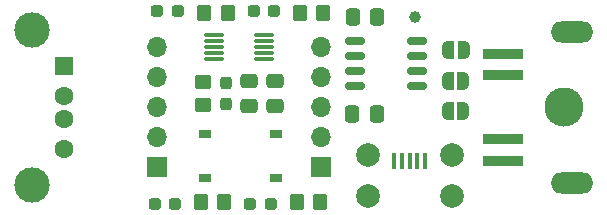
<source format=gbr>
%TF.GenerationSoftware,KiCad,Pcbnew,8.0.2*%
%TF.CreationDate,2024-05-05T20:52:19-05:00*%
%TF.ProjectId,ch554_USB_Host_Test,63683535-345f-4555-9342-5f486f73745f,rev?*%
%TF.SameCoordinates,Original*%
%TF.FileFunction,Soldermask,Top*%
%TF.FilePolarity,Negative*%
%FSLAX46Y46*%
G04 Gerber Fmt 4.6, Leading zero omitted, Abs format (unit mm)*
G04 Created by KiCad (PCBNEW 8.0.2) date 2024-05-05 20:52:19*
%MOMM*%
%LPD*%
G01*
G04 APERTURE LIST*
G04 Aperture macros list*
%AMRoundRect*
0 Rectangle with rounded corners*
0 $1 Rounding radius*
0 $2 $3 $4 $5 $6 $7 $8 $9 X,Y pos of 4 corners*
0 Add a 4 corners polygon primitive as box body*
4,1,4,$2,$3,$4,$5,$6,$7,$8,$9,$2,$3,0*
0 Add four circle primitives for the rounded corners*
1,1,$1+$1,$2,$3*
1,1,$1+$1,$4,$5*
1,1,$1+$1,$6,$7*
1,1,$1+$1,$8,$9*
0 Add four rect primitives between the rounded corners*
20,1,$1+$1,$2,$3,$4,$5,0*
20,1,$1+$1,$4,$5,$6,$7,0*
20,1,$1+$1,$6,$7,$8,$9,0*
20,1,$1+$1,$8,$9,$2,$3,0*%
%AMFreePoly0*
4,1,19,0.500000,-0.750000,0.000000,-0.750000,0.000000,-0.744911,-0.071157,-0.744911,-0.207708,-0.704816,-0.327430,-0.627875,-0.420627,-0.520320,-0.479746,-0.390866,-0.500000,-0.250000,-0.500000,0.250000,-0.479746,0.390866,-0.420627,0.520320,-0.327430,0.627875,-0.207708,0.704816,-0.071157,0.744911,0.000000,0.744911,0.000000,0.750000,0.500000,0.750000,0.500000,-0.750000,0.500000,-0.750000,
$1*%
%AMFreePoly1*
4,1,19,0.000000,0.744911,0.071157,0.744911,0.207708,0.704816,0.327430,0.627875,0.420627,0.520320,0.479746,0.390866,0.500000,0.250000,0.500000,-0.250000,0.479746,-0.390866,0.420627,-0.520320,0.327430,-0.627875,0.207708,-0.704816,0.071157,-0.744911,0.000000,-0.744911,0.000000,-0.750000,-0.500000,-0.750000,-0.500000,0.750000,0.000000,0.750000,0.000000,0.744911,0.000000,0.744911,
$1*%
G04 Aperture macros list end*
%ADD10C,0.001000*%
%ADD11R,0.400000X1.400000*%
%ADD12C,2.000000*%
%ADD13RoundRect,0.250000X0.450000X-0.350000X0.450000X0.350000X-0.450000X0.350000X-0.450000X-0.350000X0*%
%ADD14RoundRect,0.250000X-0.350000X-0.450000X0.350000X-0.450000X0.350000X0.450000X-0.350000X0.450000X0*%
%ADD15FreePoly0,0.000000*%
%ADD16FreePoly1,0.000000*%
%ADD17RoundRect,0.237500X0.287500X0.237500X-0.287500X0.237500X-0.287500X-0.237500X0.287500X-0.237500X0*%
%ADD18R,1.700000X1.700000*%
%ADD19O,1.700000X1.700000*%
%ADD20R,1.500000X1.600000*%
%ADD21C,1.600000*%
%ADD22C,3.000000*%
%ADD23RoundRect,0.250000X-0.337500X-0.475000X0.337500X-0.475000X0.337500X0.475000X-0.337500X0.475000X0*%
%ADD24R,3.500000X0.900000*%
%ADD25C,3.316000*%
%ADD26O,3.600000X1.800000*%
%ADD27FreePoly0,180.000000*%
%ADD28FreePoly1,180.000000*%
%ADD29RoundRect,0.250000X0.337500X0.475000X-0.337500X0.475000X-0.337500X-0.475000X0.337500X-0.475000X0*%
%ADD30C,1.000000*%
%ADD31RoundRect,0.150000X0.675000X0.150000X-0.675000X0.150000X-0.675000X-0.150000X0.675000X-0.150000X0*%
%ADD32RoundRect,0.087500X0.725000X0.087500X-0.725000X0.087500X-0.725000X-0.087500X0.725000X-0.087500X0*%
%ADD33RoundRect,0.250000X-0.475000X0.337500X-0.475000X-0.337500X0.475000X-0.337500X0.475000X0.337500X0*%
%ADD34RoundRect,0.237500X-0.237500X0.300000X-0.237500X-0.300000X0.237500X-0.300000X0.237500X0.300000X0*%
%ADD35R,1.000000X0.750000*%
G04 APERTURE END LIST*
D10*
%TO.C,J4*%
X125640000Y-58565000D03*
X129640000Y-58565000D03*
D11*
X126340000Y-57745000D03*
X126990000Y-57745000D03*
X127640000Y-57745000D03*
X128290000Y-57745000D03*
X128940000Y-57745000D03*
D12*
X124065000Y-60695000D03*
X131215000Y-60695000D03*
X131215000Y-57245000D03*
X124065000Y-57245000D03*
%TD*%
D13*
%TO.C,R4*%
X110125000Y-53025000D03*
X110125000Y-51025000D03*
%TD*%
D14*
%TO.C,R2*%
X110224286Y-45230000D03*
X112224286Y-45230000D03*
%TD*%
%TO.C,R5*%
X109952857Y-61175000D03*
X111952857Y-61175000D03*
%TD*%
D15*
%TO.C,JP3*%
X130890000Y-53510000D03*
D16*
X132190000Y-53510000D03*
%TD*%
D14*
%TO.C,R3*%
X118325000Y-45230000D03*
X120325000Y-45230000D03*
%TD*%
D17*
%TO.C,D5*%
X115900714Y-61400000D03*
X114150714Y-61400000D03*
%TD*%
D18*
%TO.C,J3*%
X106250000Y-58270000D03*
D19*
X106250000Y-55730000D03*
X106250000Y-53190000D03*
X106250000Y-50650000D03*
X106250000Y-48110000D03*
%TD*%
D20*
%TO.C,J5*%
X98385000Y-49695000D03*
D21*
X98385000Y-52195000D03*
X98385000Y-54195000D03*
X98385000Y-56695000D03*
D22*
X95675000Y-46625000D03*
X95675000Y-59765000D03*
%TD*%
D18*
%TO.C,J2*%
X120100000Y-58270000D03*
D19*
X120100000Y-55730000D03*
X120100000Y-53190000D03*
X120100000Y-50650000D03*
X120100000Y-48110000D03*
%TD*%
D23*
%TO.C,C4*%
X122772500Y-53760000D03*
X124847500Y-53760000D03*
%TD*%
D17*
%TO.C,D4*%
X107800000Y-61400000D03*
X106050000Y-61400000D03*
%TD*%
D24*
%TO.C,J6*%
X135560000Y-50495000D03*
X135560000Y-55895000D03*
X135560000Y-48695000D03*
X135560000Y-57695000D03*
D25*
X140660000Y-53195000D03*
D26*
X141360000Y-46795000D03*
X141360000Y-59595000D03*
%TD*%
D27*
%TO.C,JP4*%
X132200000Y-48340000D03*
D28*
X130900000Y-48340000D03*
%TD*%
D29*
%TO.C,C2*%
X124887500Y-45585000D03*
X122812500Y-45585000D03*
%TD*%
D17*
%TO.C,D2*%
X108026429Y-45050000D03*
X106276429Y-45050000D03*
%TD*%
D27*
%TO.C,JP5*%
X132160000Y-50990000D03*
D28*
X130860000Y-50990000D03*
%TD*%
D30*
%TO.C,TP2*%
X128070000Y-45560000D03*
%TD*%
D17*
%TO.C,D3*%
X116172143Y-45050000D03*
X114422143Y-45050000D03*
%TD*%
D31*
%TO.C,U3*%
X128295000Y-51415000D03*
X128295000Y-50145000D03*
X128295000Y-48875000D03*
X128295000Y-47605000D03*
X123045000Y-47605000D03*
X123045000Y-48875000D03*
X123045000Y-50145000D03*
X123045000Y-51415000D03*
%TD*%
D32*
%TO.C,U2*%
X115287500Y-49070000D03*
X115287500Y-48570000D03*
X115287500Y-48070000D03*
X115287500Y-47570000D03*
X115287500Y-47070000D03*
X111062500Y-47070000D03*
X111062500Y-47570000D03*
X111062500Y-48070000D03*
X111062500Y-48570000D03*
X111062500Y-49070000D03*
%TD*%
D33*
%TO.C,C5*%
X114016666Y-50987500D03*
X114016666Y-53062500D03*
%TD*%
D14*
%TO.C,R6*%
X118053572Y-61175000D03*
X120053572Y-61175000D03*
%TD*%
D33*
%TO.C,C3*%
X116225000Y-50987500D03*
X116225000Y-53062500D03*
%TD*%
D34*
%TO.C,C6*%
X112058333Y-51162500D03*
X112058333Y-52887500D03*
%TD*%
D35*
%TO.C,SW2*%
X116325000Y-59175000D03*
X110325000Y-59175000D03*
X116325000Y-55425000D03*
X110325000Y-55425000D03*
%TD*%
M02*

</source>
